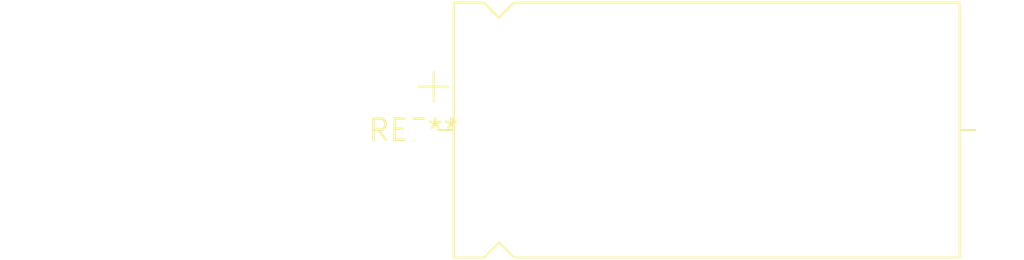
<source format=kicad_pcb>
(kicad_pcb (version 20240108) (generator pcbnew)
  (layers (0 "F.Cu" signal) (31 "B.Cu" signal) (34 "B.Paste" user) (35 "F.Paste" user) (36 "B.SilkS" user "B.Silkscreen") (37 "F.SilkS" user "F.Silkscreen") (38 "B.Mask" user) (39 "F.Mask" user) (44 "Edge.Cuts" user))
  (net 0 "")
  (footprint "CP_Axial_L30.0mm_D15.0mm_P35.00mm_Horizontal" (layer "F.Cu") (at 0 0)
    (property "Reference" "REF**")
    (property "Value" "CP_Axial_L30.0mm_D15.0mm_P35.00mm_Horizontal")
    (fp_line (start 0.28 -2.6) (end 2.08 -2.6) (layer "F.SilkS") (stroke (width 0.12)))
    (fp_line (start 1.18 -3.5) (end 1.18 -1.7) (layer "F.SilkS") (stroke (width 0.12)))
    (fp_line (start 1.44 0) (end 2.38 0) (layer "F.SilkS") (stroke (width 0.12)))
    (fp_line (start 2.38 -7.62) (end 2.38 7.62) (layer "F.SilkS") (stroke (width 0.12)))
    (fp_line (start 2.38 -7.62) (end 4.18 -7.62) (layer "F.SilkS") (stroke (width 0.12)))
    (fp_line (start 2.38 7.62) (end 4.18 7.62) (layer "F.SilkS") (stroke (width 0.12)))
    (fp_line (start 4.18 -7.62) (end 5.08 -6.72) (layer "F.SilkS") (stroke (width 0.12)))
    (fp_line (start 4.18 7.62) (end 5.08 6.72) (layer "F.SilkS") (stroke (width 0.12)))
    (fp_line (start 5.08 -6.72) (end 5.98 -7.62) (layer "F.SilkS") (stroke (width 0.12)))
    (fp_line (start 5.08 6.72) (end 5.98 7.62) (layer "F.SilkS") (stroke (width 0.12)))
    (fp_line (start 5.98 -7.62) (end 32.62 -7.62) (layer "F.SilkS") (stroke (width 0.12)))
    (fp_line (start 5.98 7.62) (end 32.62 7.62) (layer "F.SilkS") (stroke (width 0.12)))
    (fp_line (start 32.62 -7.62) (end 32.62 7.62) (layer "F.SilkS") (stroke (width 0.12)))
    (fp_line (start 33.56 0) (end 32.62 0) (layer "F.SilkS") (stroke (width 0.12)))
    (pad "1" thru_hole rect (at 0 0) (size 2.4 2.4) (drill 1.2) (layers *.Cu *.Mask) (remove_unused_layers))
    (pad "2" thru_hole oval (at 35 0) (size 2.4 2.4) (drill 1.2) (layers *.Cu *.Mask) (remove_unused_layers))
  )
)
</source>
